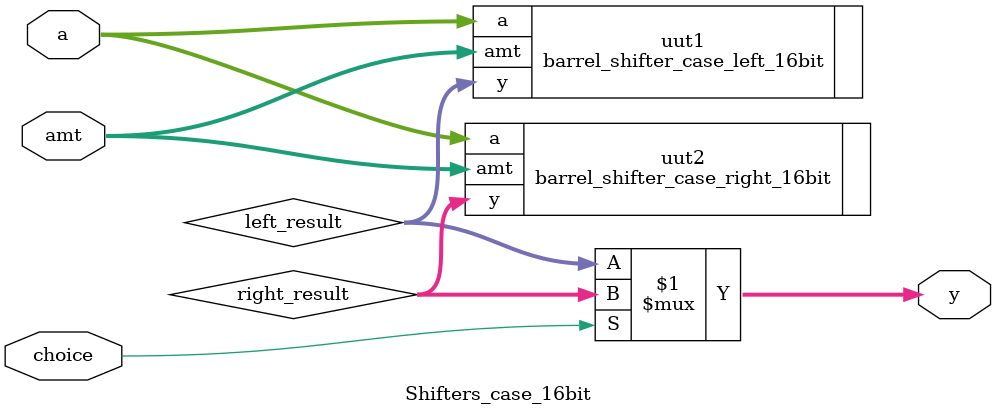
<source format=v>
`timescale 1ns / 1ps

module Shifters_case_16bit(
    input wire [15:0] a,
    input wire [3:0] amt,
    input wire choice,
    output wire [15:0] y
    );
    
    wire [15:0] left_result;
    wire [15:0] right_result;    
    
    barrel_shifter_case_left_16bit uut1(
        .a(a),
        .amt(amt),
        .y(left_result)
    );
    
    barrel_shifter_case_right_16bit uut2(
        .a(a),
        .amt(amt),
        .y(right_result)
    );
    
    assign y = choice? right_result : left_result;
    
endmodule

</source>
